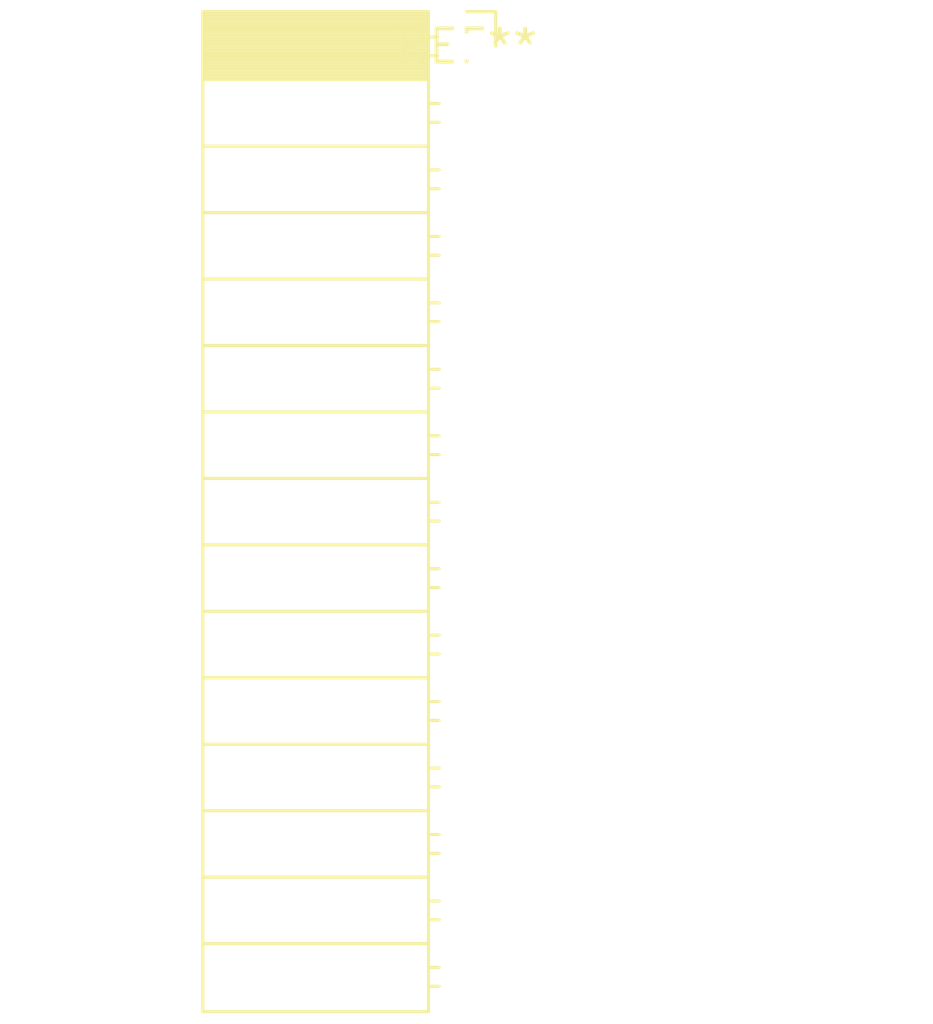
<source format=kicad_pcb>
(kicad_pcb (version 20240108) (generator pcbnew)
  (layers (0 "F.Cu" signal) (31 "B.Cu" signal) (34 "B.Paste" user) (35 "F.Paste" user) (36 "B.SilkS" user "B.Silkscreen") (37 "F.SilkS" user "F.Silkscreen") (38 "B.Mask" user) (39 "F.Mask" user) (44 "Edge.Cuts" user))
  (net 0 "")
  (footprint "PinSocket_1x15_P2.54mm_Horizontal" (layer "F.Cu") (at 0 0)
    (property "Reference" "REF**")
    (property "Value" "PinSocket_1x15_P2.54mm_Horizontal")
    (fp_line (start -10.09 -1.33) (end -10.09 36.89) (layer "F.SilkS") (stroke (width 0.12)))
    (fp_line (start -10.09 -1.33) (end -1.46 -1.33) (layer "F.SilkS") (stroke (width 0.12)))
    (fp_line (start -10.09 -1.21) (end -1.46 -1.21) (layer "F.SilkS") (stroke (width 0.12)))
    (fp_line (start -10.09 -1.091905) (end -1.46 -1.091905) (layer "F.SilkS") (stroke (width 0.12)))
    (fp_line (start -10.09 -0.97381) (end -1.46 -0.97381) (layer "F.SilkS") (stroke (width 0.12)))
    (fp_line (start -10.09 -0.855715) (end -1.46 -0.855715) (layer "F.SilkS") (stroke (width 0.12)))
    (fp_line (start -10.09 -0.73762) (end -1.46 -0.73762) (layer "F.SilkS") (stroke (width 0.12)))
    (fp_line (start -10.09 -0.619525) (end -1.46 -0.619525) (layer "F.SilkS") (stroke (width 0.12)))
    (fp_line (start -10.09 -0.50143) (end -1.46 -0.50143) (layer "F.SilkS") (stroke (width 0.12)))
    (fp_line (start -10.09 -0.383335) (end -1.46 -0.383335) (layer "F.SilkS") (stroke (width 0.12)))
    (fp_line (start -10.09 -0.26524) (end -1.46 -0.26524) (layer "F.SilkS") (stroke (width 0.12)))
    (fp_line (start -10.09 -0.147145) (end -1.46 -0.147145) (layer "F.SilkS") (stroke (width 0.12)))
    (fp_line (start -10.09 -0.02905) (end -1.46 -0.02905) (layer "F.SilkS") (stroke (width 0.12)))
    (fp_line (start -10.09 0.089045) (end -1.46 0.089045) (layer "F.SilkS") (stroke (width 0.12)))
    (fp_line (start -10.09 0.20714) (end -1.46 0.20714) (layer "F.SilkS") (stroke (width 0.12)))
    (fp_line (start -10.09 0.325235) (end -1.46 0.325235) (layer "F.SilkS") (stroke (width 0.12)))
    (fp_line (start -10.09 0.44333) (end -1.46 0.44333) (layer "F.SilkS") (stroke (width 0.12)))
    (fp_line (start -10.09 0.561425) (end -1.46 0.561425) (layer "F.SilkS") (stroke (width 0.12)))
    (fp_line (start -10.09 0.67952) (end -1.46 0.67952) (layer "F.SilkS") (stroke (width 0.12)))
    (fp_line (start -10.09 0.797615) (end -1.46 0.797615) (layer "F.SilkS") (stroke (width 0.12)))
    (fp_line (start -10.09 0.91571) (end -1.46 0.91571) (layer "F.SilkS") (stroke (width 0.12)))
    (fp_line (start -10.09 1.033805) (end -1.46 1.033805) (layer "F.SilkS") (stroke (width 0.12)))
    (fp_line (start -10.09 1.1519) (end -1.46 1.1519) (layer "F.SilkS") (stroke (width 0.12)))
    (fp_line (start -10.09 1.27) (end -1.46 1.27) (layer "F.SilkS") (stroke (width 0.12)))
    (fp_line (start -10.09 3.81) (end -1.46 3.81) (layer "F.SilkS") (stroke (width 0.12)))
    (fp_line (start -10.09 6.35) (end -1.46 6.35) (layer "F.SilkS") (stroke (width 0.12)))
    (fp_line (start -10.09 8.89) (end -1.46 8.89) (layer "F.SilkS") (stroke (width 0.12)))
    (fp_line (start -10.09 11.43) (end -1.46 11.43) (layer "F.SilkS") (stroke (width 0.12)))
    (fp_line (start -10.09 13.97) (end -1.46 13.97) (layer "F.SilkS") (stroke (width 0.12)))
    (fp_line (start -10.09 16.51) (end -1.46 16.51) (layer "F.SilkS") (stroke (width 0.12)))
    (fp_line (start -10.09 19.05) (end -1.46 19.05) (layer "F.SilkS") (stroke (width 0.12)))
    (fp_line (start -10.09 21.59) (end -1.46 21.59) (layer "F.SilkS") (stroke (width 0.12)))
    (fp_line (start -10.09 24.13) (end -1.46 24.13) (layer "F.SilkS") (stroke (width 0.12)))
    (fp_line (start -10.09 26.67) (end -1.46 26.67) (layer "F.SilkS") (stroke (width 0.12)))
    (fp_line (start -10.09 29.21) (end -1.46 29.21) (layer "F.SilkS") (stroke (width 0.12)))
    (fp_line (start -10.09 31.75) (end -1.46 31.75) (layer "F.SilkS") (stroke (width 0.12)))
    (fp_line (start -10.09 34.29) (end -1.46 34.29) (layer "F.SilkS") (stroke (width 0.12)))
    (fp_line (start -10.09 36.89) (end -1.46 36.89) (layer "F.SilkS") (stroke (width 0.12)))
    (fp_line (start -1.46 -1.33) (end -1.46 36.89) (layer "F.SilkS") (stroke (width 0.12)))
    (fp_line (start -1.46 -0.36) (end -1.11 -0.36) (layer "F.SilkS") (stroke (width 0.12)))
    (fp_line (start -1.46 0.36) (end -1.11 0.36) (layer "F.SilkS") (stroke (width 0.12)))
    (fp_line (start -1.46 2.18) (end -1.05 2.18) (layer "F.SilkS") (stroke (width 0.12)))
    (fp_line (start -1.46 2.9) (end -1.05 2.9) (layer "F.SilkS") (stroke (width 0.12)))
    (fp_line (start -1.46 4.72) (end -1.05 4.72) (layer "F.SilkS") (stroke (width 0.12)))
    (fp_line (start -1.46 5.44) (end -1.05 5.44) (layer "F.SilkS") (stroke (width 0.12)))
    (fp_line (start -1.46 7.26) (end -1.05 7.26) (layer "F.SilkS") (stroke (width 0.12)))
    (fp_line (start -1.46 7.98) (end -1.05 7.98) (layer "F.SilkS") (stroke (width 0.12)))
    (fp_line (start -1.46 9.8) (end -1.05 9.8) (layer "F.SilkS") (stroke (width 0.12)))
    (fp_line (start -1.46 10.52) (end -1.05 10.52) (layer "F.SilkS") (stroke (width 0.12)))
    (fp_line (start -1.46 12.34) (end -1.05 12.34) (layer "F.SilkS") (stroke (width 0.12)))
    (fp_line (start -1.46 13.06) (end -1.05 13.06) (layer "F.SilkS") (stroke (width 0.12)))
    (fp_line (start -1.46 14.88) (end -1.05 14.88) (layer "F.SilkS") (stroke (width 0.12)))
    (fp_line (start -1.46 15.6) (end -1.05 15.6) (layer "F.SilkS") (stroke (width 0.12)))
    (fp_line (start -1.46 17.42) (end -1.05 17.42) (layer "F.SilkS") (stroke (width 0.12)))
    (fp_line (start -1.46 18.14) (end -1.05 18.14) (layer "F.SilkS") (stroke (width 0.12)))
    (fp_line (start -1.46 19.96) (end -1.05 19.96) (layer "F.SilkS") (stroke (width 0.12)))
    (fp_line (start -1.46 20.68) (end -1.05 20.68) (layer "F.SilkS") (stroke (width 0.12)))
    (fp_line (start -1.46 22.5) (end -1.05 22.5) (layer "F.SilkS") (stroke (width 0.12)))
    (fp_line (start -1.46 23.22) (end -1.05 23.22) (layer "F.SilkS") (stroke (width 0.12)))
    (fp_line (start -1.46 25.04) (end -1.05 25.04) (layer "F.SilkS") (stroke (width 0.12)))
    (fp_line (start -1.46 25.76) (end -1.05 25.76) (layer "F.SilkS") (stroke (width 0.12)))
    (fp_line (start -1.46 27.58) (end -1.05 27.58) (layer "F.SilkS") (stroke (width 0.12)))
    (fp_line (start -1.46 28.3) (end -1.05 28.3) (layer "F.SilkS") (stroke (width 0.12)))
    (fp_line (start -1.46 30.12) (end -1.05 30.12) (layer "F.SilkS") (stroke (width 0.12)))
    (fp_line (start -1.46 30.84) (end -1.05 30.84) (layer "F.SilkS") (stroke (width 0.12)))
    (fp_line (start -1.46 32.66) (end -1.05 32.66) (layer "F.SilkS") (stroke (width 0.12)))
    (fp_line (start -1.46 33.38) (end -1.05 33.38) (layer "F.SilkS") (stroke (width 0.12)))
    (fp_line (start -1.46 35.2) (end -1.05 35.2) (layer "F.SilkS") (stroke (width 0.12)))
    (fp_line (start -1.46 35.92) (end -1.05 35.92) (layer "F.SilkS") (stroke (width 0.12)))
    (fp_line (start 0 -1.33) (end 1.11 -1.33) (layer "F.SilkS") (stroke (width 0.12)))
    (fp_line (start 1.11 -1.33) (end 1.11 0) (layer "F.SilkS") (stroke (width 0.12)))
    (pad "1" thru_hole rect (at 0 0) (size 1.7 1.7) (drill 1) (layers *.Cu *.Mask) (remove_unused_layers))
    (pad "2" thru_hole oval (at 0 2.54) (size 1.7 1.7) (drill 1) (layers *.Cu *.Mask) (remove_unused_layers))
    (pad "3" thru_hole oval (at 0 5.08) (size 1.7 1.7) (drill 1) (layers *.Cu *.Mask) (remove_unused_layers))
    (pad "4" thru_hole oval (at 0 7.62) (size 1.7 1.7) (drill 1) (layers *.Cu *.Mask) (remove_unused_layers))
    (pad "5" thru_hole oval (at 0 10.16) (size 1.7 1.7) (drill 1) (layers *.Cu *.Mask) (remove_unused_layers))
    (pad "6" thru_hole oval (at 0 12.7) (size 1.7 1.7) (drill 1) (layers *.Cu *.Mask) (remove_unused_layers))
    (pad "7" thru_hole oval (at 0 15.24) (size 1.7 1.7) (drill 1) (layers *.Cu *.Mask) (remove_unused_layers))
    (pad "8" thru_hole oval (at 0 17.78) (size 1.7 1.7) (drill 1) (layers *.Cu *.Mask) (remove_unused_layers))
    (pad "9" thru_hole oval (at 0 20.32) (size 1.7 1.7) (drill 1) (layers *.Cu *.Mask) (remove_unused_layers))
    (pad "10" thru_hole oval (at 0 22.86) (size 1.7 1.7) (drill 1) (layers *.Cu *.Mask) (remove_unused_layers))
    (pad "11" thru_hole oval (at 0 25.4) (size 1.7 1.7) (drill 1) (layers *.Cu *.Mask) (remove_unused_layers))
    (pad "12" thru_hole oval (at 0 27.94) (size 1.7 1.7) (drill 1) (layers *.Cu *.Mask) (remove_unused_layers))
    (pad "13" thru_hole oval (at 0 30.48) (size 1.7 1.7) (drill 1) (layers *.Cu *.Mask) (remove_unused_layers))
    (pad "14" thru_hole oval (at 0 33.02) (size 1.7 1.7) (drill 1) (layers *.Cu *.Mask) (remove_unused_layers))
    (pad "15" thru_hole oval (at 0 35.56) (size 1.7 1.7) (drill 1) (layers *.Cu *.Mask) (remove_unused_layers))
  )
)
</source>
